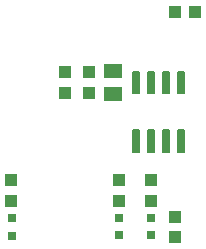
<source format=gbr>
G04 EAGLE Gerber RS-274X export*
G75*
%MOMM*%
%FSLAX34Y34*%
%LPD*%
%INSolderpaste Top*%
%IPPOS*%
%AMOC8*
5,1,8,0,0,1.08239X$1,22.5*%
G01*
%ADD10R,0.800000X0.800000*%
%ADD11R,1.100000X1.000000*%
%ADD12R,1.500000X1.300000*%
%ADD13R,1.000000X1.100000*%
%ADD14C,0.147500*%


D10*
X283401Y256148D03*
X283401Y241148D03*
D11*
X421655Y256916D03*
X421655Y239916D03*
X283210Y270900D03*
X283210Y287900D03*
D12*
X369570Y380340D03*
X369570Y361340D03*
D13*
X349250Y379340D03*
X349250Y362340D03*
D14*
X390833Y330438D02*
X390833Y312212D01*
X386407Y312212D01*
X386407Y330438D01*
X390833Y330438D01*
X390833Y313613D02*
X386407Y313613D01*
X386407Y315014D02*
X390833Y315014D01*
X390833Y316415D02*
X386407Y316415D01*
X386407Y317816D02*
X390833Y317816D01*
X390833Y319217D02*
X386407Y319217D01*
X386407Y320618D02*
X390833Y320618D01*
X390833Y322019D02*
X386407Y322019D01*
X386407Y323420D02*
X390833Y323420D01*
X390833Y324821D02*
X386407Y324821D01*
X386407Y326222D02*
X390833Y326222D01*
X390833Y327623D02*
X386407Y327623D01*
X386407Y329024D02*
X390833Y329024D01*
X390833Y330425D02*
X386407Y330425D01*
X403533Y330438D02*
X403533Y312212D01*
X399107Y312212D01*
X399107Y330438D01*
X403533Y330438D01*
X403533Y313613D02*
X399107Y313613D01*
X399107Y315014D02*
X403533Y315014D01*
X403533Y316415D02*
X399107Y316415D01*
X399107Y317816D02*
X403533Y317816D01*
X403533Y319217D02*
X399107Y319217D01*
X399107Y320618D02*
X403533Y320618D01*
X403533Y322019D02*
X399107Y322019D01*
X399107Y323420D02*
X403533Y323420D01*
X403533Y324821D02*
X399107Y324821D01*
X399107Y326222D02*
X403533Y326222D01*
X403533Y327623D02*
X399107Y327623D01*
X399107Y329024D02*
X403533Y329024D01*
X403533Y330425D02*
X399107Y330425D01*
X416233Y330438D02*
X416233Y312212D01*
X411807Y312212D01*
X411807Y330438D01*
X416233Y330438D01*
X416233Y313613D02*
X411807Y313613D01*
X411807Y315014D02*
X416233Y315014D01*
X416233Y316415D02*
X411807Y316415D01*
X411807Y317816D02*
X416233Y317816D01*
X416233Y319217D02*
X411807Y319217D01*
X411807Y320618D02*
X416233Y320618D01*
X416233Y322019D02*
X411807Y322019D01*
X411807Y323420D02*
X416233Y323420D01*
X416233Y324821D02*
X411807Y324821D01*
X411807Y326222D02*
X416233Y326222D01*
X416233Y327623D02*
X411807Y327623D01*
X411807Y329024D02*
X416233Y329024D01*
X416233Y330425D02*
X411807Y330425D01*
X428933Y330438D02*
X428933Y312212D01*
X424507Y312212D01*
X424507Y330438D01*
X428933Y330438D01*
X428933Y313613D02*
X424507Y313613D01*
X424507Y315014D02*
X428933Y315014D01*
X428933Y316415D02*
X424507Y316415D01*
X424507Y317816D02*
X428933Y317816D01*
X428933Y319217D02*
X424507Y319217D01*
X424507Y320618D02*
X428933Y320618D01*
X428933Y322019D02*
X424507Y322019D01*
X424507Y323420D02*
X428933Y323420D01*
X428933Y324821D02*
X424507Y324821D01*
X424507Y326222D02*
X428933Y326222D01*
X428933Y327623D02*
X424507Y327623D01*
X424507Y329024D02*
X428933Y329024D01*
X428933Y330425D02*
X424507Y330425D01*
X428933Y361712D02*
X428933Y379938D01*
X428933Y361712D02*
X424507Y361712D01*
X424507Y379938D01*
X428933Y379938D01*
X428933Y363113D02*
X424507Y363113D01*
X424507Y364514D02*
X428933Y364514D01*
X428933Y365915D02*
X424507Y365915D01*
X424507Y367316D02*
X428933Y367316D01*
X428933Y368717D02*
X424507Y368717D01*
X424507Y370118D02*
X428933Y370118D01*
X428933Y371519D02*
X424507Y371519D01*
X424507Y372920D02*
X428933Y372920D01*
X428933Y374321D02*
X424507Y374321D01*
X424507Y375722D02*
X428933Y375722D01*
X428933Y377123D02*
X424507Y377123D01*
X424507Y378524D02*
X428933Y378524D01*
X428933Y379925D02*
X424507Y379925D01*
X416233Y379938D02*
X416233Y361712D01*
X411807Y361712D01*
X411807Y379938D01*
X416233Y379938D01*
X416233Y363113D02*
X411807Y363113D01*
X411807Y364514D02*
X416233Y364514D01*
X416233Y365915D02*
X411807Y365915D01*
X411807Y367316D02*
X416233Y367316D01*
X416233Y368717D02*
X411807Y368717D01*
X411807Y370118D02*
X416233Y370118D01*
X416233Y371519D02*
X411807Y371519D01*
X411807Y372920D02*
X416233Y372920D01*
X416233Y374321D02*
X411807Y374321D01*
X411807Y375722D02*
X416233Y375722D01*
X416233Y377123D02*
X411807Y377123D01*
X411807Y378524D02*
X416233Y378524D01*
X416233Y379925D02*
X411807Y379925D01*
X403533Y379938D02*
X403533Y361712D01*
X399107Y361712D01*
X399107Y379938D01*
X403533Y379938D01*
X403533Y363113D02*
X399107Y363113D01*
X399107Y364514D02*
X403533Y364514D01*
X403533Y365915D02*
X399107Y365915D01*
X399107Y367316D02*
X403533Y367316D01*
X403533Y368717D02*
X399107Y368717D01*
X399107Y370118D02*
X403533Y370118D01*
X403533Y371519D02*
X399107Y371519D01*
X399107Y372920D02*
X403533Y372920D01*
X403533Y374321D02*
X399107Y374321D01*
X399107Y375722D02*
X403533Y375722D01*
X403533Y377123D02*
X399107Y377123D01*
X399107Y378524D02*
X403533Y378524D01*
X403533Y379925D02*
X399107Y379925D01*
X390833Y379938D02*
X390833Y361712D01*
X386407Y361712D01*
X386407Y379938D01*
X390833Y379938D01*
X390833Y363113D02*
X386407Y363113D01*
X386407Y364514D02*
X390833Y364514D01*
X390833Y365915D02*
X386407Y365915D01*
X386407Y367316D02*
X390833Y367316D01*
X390833Y368717D02*
X386407Y368717D01*
X386407Y370118D02*
X390833Y370118D01*
X390833Y371519D02*
X386407Y371519D01*
X386407Y372920D02*
X390833Y372920D01*
X390833Y374321D02*
X386407Y374321D01*
X386407Y375722D02*
X390833Y375722D01*
X390833Y377123D02*
X386407Y377123D01*
X386407Y378524D02*
X390833Y378524D01*
X390833Y379925D02*
X386407Y379925D01*
D13*
X439030Y430530D03*
X422030Y430530D03*
D11*
X328930Y379340D03*
X328930Y362340D03*
X401320Y270900D03*
X401320Y287900D03*
X374650Y270900D03*
X374650Y287900D03*
D10*
X374650Y256420D03*
X374650Y241420D03*
X401320Y256420D03*
X401320Y241420D03*
M02*

</source>
